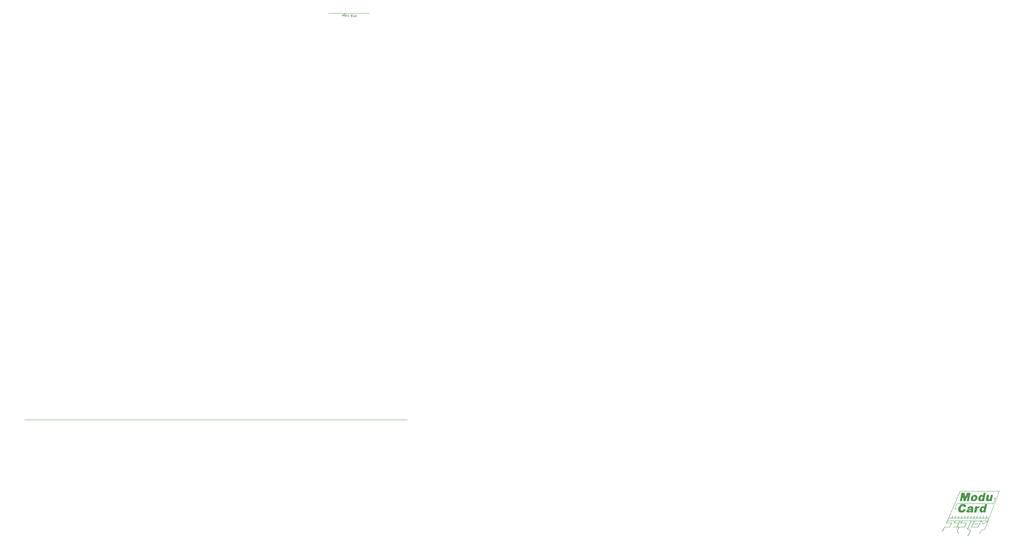
<source format=gbr>
%TF.GenerationSoftware,KiCad,Pcbnew,8.0.8-8.0.8-0~ubuntu24.04.1*%
%TF.CreationDate,2025-02-17T20:41:45+00:00*%
%TF.ProjectId,base-module,62617365-2d6d-46f6-9475-6c652e6b6963,1.0.0*%
%TF.SameCoordinates,Original*%
%TF.FileFunction,OtherDrawing,Comment*%
%FSLAX46Y46*%
G04 Gerber Fmt 4.6, Leading zero omitted, Abs format (unit mm)*
G04 Created by KiCad (PCBNEW 8.0.8-8.0.8-0~ubuntu24.04.1) date 2025-02-17 20:41:45*
%MOMM*%
%LPD*%
G01*
G04 APERTURE LIST*
%ADD10C,0.100000*%
%ADD11C,0.200000*%
%ADD12C,0.080000*%
G04 APERTURE END LIST*
D10*
X267909513Y-178468688D02*
G75*
G02*
X267722371Y-178468688I-93571J0D01*
G01*
X267722371Y-178468688D02*
G75*
G02*
X267909513Y-178468688I93571J0D01*
G01*
X270783881Y-173076050D02*
X271278972Y-173073851D01*
X274126750Y-175356000D02*
X272856750Y-175356000D01*
X276158750Y-175356000D02*
X276412750Y-174848000D01*
X275217833Y-176851758D02*
X276334120Y-176851758D01*
X281746750Y-168752000D02*
X279206750Y-175356000D01*
X270824750Y-175356000D02*
X271078750Y-174848000D01*
X271788833Y-177613758D02*
X271280833Y-177613758D01*
X273872750Y-175356000D02*
X274126750Y-174848000D01*
X270783881Y-173076050D02*
X271303468Y-171794463D01*
X274074833Y-177613758D02*
X273820833Y-178121758D01*
X273820833Y-178121758D02*
X274328833Y-178121758D01*
X273110750Y-175356000D02*
X273364750Y-174848000D01*
X267815942Y-178468688D02*
X268230371Y-177613117D01*
X270645833Y-176597758D02*
X271788833Y-176597758D01*
X275904750Y-175356000D02*
X277174750Y-175356000D01*
X270010833Y-176597758D02*
X269502165Y-177615167D01*
X274328833Y-178121758D02*
X274582833Y-178629758D01*
X274582833Y-178629758D02*
X274074833Y-179645758D01*
X271586750Y-175356000D02*
X271840750Y-174848000D01*
X270824750Y-175356000D02*
X269554750Y-175356000D01*
X278910122Y-176091281D02*
X268933223Y-176089882D01*
X272042833Y-176089758D02*
X271788833Y-176597758D01*
X276427691Y-176851758D02*
G75*
G02*
X276240549Y-176851758I-93571J0D01*
G01*
X276240549Y-176851758D02*
G75*
G02*
X276427691Y-176851758I93571J0D01*
G01*
X276920750Y-175356000D02*
X277174750Y-174848000D01*
X269502165Y-177615167D02*
X268230371Y-177613117D01*
X271726023Y-178990402D02*
G75*
G02*
X271538881Y-178990402I-93571J0D01*
G01*
X271538881Y-178990402D02*
G75*
G02*
X271726023Y-178990402I93571J0D01*
G01*
X272390404Y-176597758D02*
G75*
G02*
X272203262Y-176597758I-93571J0D01*
G01*
X272203262Y-176597758D02*
G75*
G02*
X272390404Y-176597758I93571J0D01*
G01*
X280742337Y-170518413D02*
X280247246Y-170520612D01*
X275396750Y-175356000D02*
X275650750Y-174848000D01*
X271788833Y-176597758D02*
X271282627Y-177615808D01*
X273566833Y-176597758D02*
X273060627Y-177615808D01*
X277630833Y-176851758D02*
X278900833Y-176109857D01*
X272348750Y-175356000D02*
X272602750Y-174848000D01*
X277249833Y-176089758D02*
X277630833Y-176851758D01*
X271378452Y-178482402D02*
X271632452Y-178990402D01*
X278140113Y-178099609D02*
X277378113Y-178353609D01*
X274380750Y-175356000D02*
X275904750Y-175356000D01*
X269300750Y-175356000D02*
X272094750Y-168752000D01*
X274168404Y-179645758D02*
G75*
G02*
X273981262Y-179645758I-93571J0D01*
G01*
X273981262Y-179645758D02*
G75*
G02*
X274168404Y-179645758I93571J0D01*
G01*
X271840750Y-171800000D02*
X271303468Y-171794463D01*
X274836833Y-176089758D02*
X274074833Y-177613758D01*
X271280833Y-177613758D02*
X270264833Y-177613758D01*
X272296833Y-176597758D02*
X273566833Y-176597758D01*
X270899833Y-176089758D02*
X270645833Y-176597758D01*
X270062750Y-175356000D02*
X270316750Y-174848000D01*
X275598833Y-176089758D02*
X274836833Y-177613758D01*
X279206750Y-175356000D02*
X269300750Y-175356000D01*
X277378113Y-178353609D02*
X276870113Y-179115609D01*
X280742337Y-170518413D02*
X280222750Y-171800000D01*
X268667967Y-176604868D02*
X270010833Y-176597758D01*
X277682750Y-175356000D02*
X277936750Y-174848000D01*
X271374404Y-178469329D02*
X271788833Y-177613758D01*
X273058833Y-177613758D02*
X271788833Y-177613758D01*
X278900833Y-176109857D02*
X278140113Y-178099609D01*
X269300750Y-175356000D02*
X268933223Y-176089882D01*
X270824750Y-175356000D02*
X271205750Y-175356000D01*
X272550833Y-176089758D02*
X272296833Y-176597758D01*
X278910122Y-176091281D02*
X279206750Y-175356000D01*
X274634750Y-175356000D02*
X274888750Y-174848000D01*
X268933223Y-176089882D02*
X268667967Y-176604868D01*
X276963684Y-179115609D02*
G75*
G02*
X276776542Y-179115609I-93571J0D01*
G01*
X276776542Y-179115609D02*
G75*
G02*
X276963684Y-179115609I93571J0D01*
G01*
X278444750Y-175356000D02*
X278698750Y-174848000D01*
X274836833Y-177613758D02*
X276487833Y-177613758D01*
X277249833Y-176089758D02*
X276487833Y-177613758D01*
X272094750Y-168752000D02*
X281746750Y-168752000D01*
X274126750Y-175356000D02*
X274380750Y-175356000D01*
X280159250Y-171800000D02*
X271840750Y-171800000D01*
D11*
G36*
X273015094Y-173187159D02*
G01*
X273515304Y-173344940D01*
X273469035Y-173440740D01*
X273418278Y-173529387D01*
X273363033Y-173610882D01*
X273294401Y-173695260D01*
X273267153Y-173724494D01*
X273191102Y-173795812D01*
X273109983Y-173857850D01*
X273023795Y-173910607D01*
X272932540Y-173954082D01*
X272834141Y-173987848D01*
X272726033Y-174011967D01*
X272623474Y-174025157D01*
X272513482Y-174030961D01*
X272480691Y-174031263D01*
X272365149Y-174027948D01*
X272259224Y-174018005D01*
X272162916Y-174001433D01*
X272062711Y-173973720D01*
X271975597Y-173936985D01*
X271888890Y-173880656D01*
X271812931Y-173806437D01*
X271755282Y-173726819D01*
X271705861Y-173633504D01*
X271693252Y-173604326D01*
X271662598Y-173510262D01*
X271644274Y-173406856D01*
X271638280Y-173294107D01*
X271642705Y-173193014D01*
X271655692Y-173085432D01*
X271672247Y-172994696D01*
X271701213Y-172874567D01*
X271736819Y-172761597D01*
X271779065Y-172655786D01*
X271827952Y-172557135D01*
X271883479Y-172465643D01*
X271945646Y-172381311D01*
X272014454Y-172304137D01*
X272089902Y-172234124D01*
X272171296Y-172171727D01*
X272257697Y-172117650D01*
X272349105Y-172071893D01*
X272445520Y-172034455D01*
X272546942Y-172005337D01*
X272653371Y-171984538D01*
X272764806Y-171972059D01*
X272881249Y-171967899D01*
X272992895Y-171971668D01*
X273095191Y-171982973D01*
X273205604Y-172006489D01*
X273302553Y-172040859D01*
X273398643Y-172094674D01*
X273434215Y-172122260D01*
X273506416Y-172197718D01*
X273564873Y-172289023D01*
X273604040Y-172379899D01*
X273633109Y-172482418D01*
X273652080Y-172596580D01*
X273089833Y-172718213D01*
X273071750Y-172619358D01*
X273058081Y-172584368D01*
X272997804Y-172505498D01*
X272955987Y-172475436D01*
X272863633Y-172442272D01*
X272798695Y-172436845D01*
X272699013Y-172447256D01*
X272596141Y-172483857D01*
X272512938Y-172538514D01*
X272446497Y-172603419D01*
X272389709Y-172684103D01*
X272346302Y-172774573D01*
X272313781Y-172868209D01*
X272286356Y-172975355D01*
X272282854Y-172991765D01*
X272265094Y-173089021D01*
X272252912Y-173192473D01*
X272251290Y-173294891D01*
X272269124Y-173397652D01*
X272288716Y-173440683D01*
X272359310Y-173514803D01*
X272450211Y-173552695D01*
X272543217Y-173562316D01*
X272646123Y-173552966D01*
X272744554Y-173521083D01*
X272827516Y-173466573D01*
X272899048Y-173390139D01*
X272957667Y-173302823D01*
X273005202Y-173209717D01*
X273015094Y-173187159D01*
G37*
G36*
X274803149Y-172500727D02*
G01*
X274908532Y-172505597D01*
X275011688Y-172515308D01*
X275089693Y-172527704D01*
X275188474Y-172557608D01*
X275275332Y-172609539D01*
X275313419Y-172645917D01*
X275364888Y-172732247D01*
X275387181Y-172822260D01*
X275394420Y-172919887D01*
X275385991Y-173020129D01*
X275382296Y-173039637D01*
X275247474Y-173687857D01*
X275230841Y-173785205D01*
X275226469Y-173850034D01*
X275239284Y-173951206D01*
X275250893Y-174000000D01*
X274737983Y-174000000D01*
X274715513Y-173913049D01*
X274716001Y-173818771D01*
X274636432Y-173879155D01*
X274551990Y-173932022D01*
X274470782Y-173970690D01*
X274369087Y-174002633D01*
X274271770Y-174021266D01*
X274168966Y-174030316D01*
X274121514Y-174031263D01*
X274016612Y-174025699D01*
X273914068Y-174005717D01*
X273820821Y-173965867D01*
X273757592Y-173915003D01*
X273700286Y-173828610D01*
X273676803Y-173729287D01*
X273684808Y-173627773D01*
X273698440Y-173583321D01*
X274242170Y-173583321D01*
X274264811Y-173678616D01*
X274267083Y-173681018D01*
X274360626Y-173717309D01*
X274391647Y-173718632D01*
X274493021Y-173705649D01*
X274569944Y-173677599D01*
X274654866Y-173625873D01*
X274702324Y-173577948D01*
X274748997Y-173490135D01*
X274767292Y-173424075D01*
X274783901Y-173343475D01*
X274684894Y-173372268D01*
X274583147Y-173398321D01*
X274535262Y-173409420D01*
X274437679Y-173434923D01*
X274341455Y-173470145D01*
X274307627Y-173490020D01*
X274246731Y-173567262D01*
X274242170Y-173583321D01*
X273698440Y-173583321D01*
X273713726Y-173533473D01*
X273764379Y-173442525D01*
X273834773Y-173364968D01*
X273922481Y-173305701D01*
X274013874Y-173265706D01*
X274109320Y-173236120D01*
X274219211Y-173211584D01*
X274331496Y-173189974D01*
X274428016Y-173170940D01*
X274532186Y-173149569D01*
X274629656Y-173127661D01*
X274635890Y-173126099D01*
X274735663Y-173097889D01*
X274828775Y-173066994D01*
X274842519Y-173062107D01*
X274848927Y-172960594D01*
X274831284Y-172916538D01*
X274741525Y-172877154D01*
X274693531Y-172874528D01*
X274593818Y-172882429D01*
X274496990Y-172913845D01*
X274482017Y-172922400D01*
X274409393Y-172994375D01*
X274368200Y-173062107D01*
X273858709Y-172999581D01*
X273898418Y-172908677D01*
X273949342Y-172816719D01*
X273994508Y-172754361D01*
X274067985Y-172680390D01*
X274151451Y-172620074D01*
X274187460Y-172599023D01*
X274278979Y-172558973D01*
X274376702Y-172532077D01*
X274410209Y-172525261D01*
X274515356Y-172509485D01*
X274615602Y-172501419D01*
X274700370Y-172499371D01*
X274803149Y-172500727D01*
G37*
G36*
X275851242Y-172530635D02*
G01*
X276363664Y-172530635D01*
X276313350Y-172772923D01*
X276371975Y-172692724D01*
X276440165Y-172615692D01*
X276510209Y-172557990D01*
X276600863Y-172515915D01*
X276702465Y-172499600D01*
X276716839Y-172499371D01*
X276816081Y-172511867D01*
X276909836Y-172545584D01*
X276965478Y-172575087D01*
X276712931Y-172978576D01*
X276619303Y-172943907D01*
X276568339Y-172937055D01*
X276467955Y-172959891D01*
X276387599Y-173022781D01*
X276382715Y-173028401D01*
X276323080Y-173118128D01*
X276280865Y-173212438D01*
X276247583Y-173310355D01*
X276216981Y-173424037D01*
X276198067Y-173508583D01*
X276095974Y-174000000D01*
X275545939Y-174000000D01*
X275851242Y-172530635D01*
G37*
G36*
X278354243Y-174000000D02*
G01*
X277842310Y-174000000D01*
X277883343Y-173803140D01*
X277803172Y-173873894D01*
X277723028Y-173933211D01*
X277651312Y-173973133D01*
X277551730Y-174008556D01*
X277447888Y-174027629D01*
X277376295Y-174031263D01*
X277273443Y-174023260D01*
X277169903Y-173993694D01*
X277084081Y-173942343D01*
X277015977Y-173869207D01*
X276978179Y-173803628D01*
X276939934Y-173699340D01*
X276920437Y-173602471D01*
X276913201Y-173498698D01*
X276914128Y-173478274D01*
X277464932Y-173478274D01*
X277487669Y-173563293D01*
X277556654Y-173638341D01*
X277632750Y-173656106D01*
X277733500Y-173632658D01*
X277815445Y-173573674D01*
X277826678Y-173562316D01*
X277887701Y-173475282D01*
X277928793Y-173377251D01*
X277955278Y-173282134D01*
X277961012Y-173256036D01*
X277976279Y-173155542D01*
X277975209Y-173053810D01*
X277949288Y-172969295D01*
X277878142Y-172895351D01*
X277788576Y-172874528D01*
X277690677Y-172900171D01*
X277609791Y-172965387D01*
X277552936Y-173050773D01*
X277513847Y-173148269D01*
X277488003Y-173243509D01*
X277482296Y-173269713D01*
X277465934Y-173373908D01*
X277464932Y-173478274D01*
X276914128Y-173478274D01*
X276918227Y-173388022D01*
X276931782Y-173290518D01*
X276939588Y-173250174D01*
X276966529Y-173140482D01*
X277000029Y-173039161D01*
X277040088Y-172946213D01*
X277096817Y-172845726D01*
X277162992Y-172757295D01*
X277225352Y-172692812D01*
X277305941Y-172627072D01*
X277390171Y-172574934D01*
X277493040Y-172531297D01*
X277600864Y-172506172D01*
X277697230Y-172499371D01*
X277795895Y-172505902D01*
X277896517Y-172529665D01*
X277920956Y-172538939D01*
X278008883Y-172588032D01*
X278081179Y-172657152D01*
X278217955Y-171999162D01*
X278770433Y-171999162D01*
X278354243Y-174000000D01*
G37*
G36*
X272451845Y-169205162D02*
G01*
X273252473Y-169205162D01*
X273309626Y-170417584D01*
X273869431Y-169205162D01*
X274668105Y-169205162D01*
X274251915Y-171206000D01*
X273754148Y-171206000D01*
X274073618Y-169670200D01*
X273368733Y-171206000D01*
X272918837Y-171206000D01*
X272853380Y-169670200D01*
X272533911Y-171206000D01*
X272035655Y-171206000D01*
X272451845Y-169205162D01*
G37*
G36*
X275811688Y-169709363D02*
G01*
X275929003Y-169725580D01*
X276033462Y-169754272D01*
X276125065Y-169795437D01*
X276218019Y-169861303D01*
X276292459Y-169945132D01*
X276303066Y-169960849D01*
X276351846Y-170055381D01*
X276381926Y-170159028D01*
X276393306Y-170271791D01*
X276388177Y-170375701D01*
X276373408Y-170467409D01*
X276346716Y-170570063D01*
X276310602Y-170666753D01*
X276265066Y-170757481D01*
X276210109Y-170842246D01*
X276145731Y-170921047D01*
X276071931Y-170993886D01*
X276039773Y-171021352D01*
X275954641Y-171083553D01*
X275863498Y-171135211D01*
X275766345Y-171176327D01*
X275663181Y-171206900D01*
X275554006Y-171226931D01*
X275438821Y-171236419D01*
X275391064Y-171237263D01*
X275287723Y-171232886D01*
X275174608Y-171216079D01*
X275073377Y-171186667D01*
X274984030Y-171144649D01*
X274894812Y-171079697D01*
X274872292Y-171057988D01*
X274802041Y-170969780D01*
X274752124Y-170871852D01*
X274722540Y-170764204D01*
X274713290Y-170646836D01*
X274718632Y-170574980D01*
X275266092Y-170574980D01*
X275268286Y-170679923D01*
X275297274Y-170766362D01*
X275369448Y-170838170D01*
X275464395Y-170862012D01*
X275471664Y-170862106D01*
X275570800Y-170844060D01*
X275661334Y-170789924D01*
X275685620Y-170767828D01*
X275745210Y-170689505D01*
X275788563Y-170594861D01*
X275818771Y-170490593D01*
X275824350Y-170464967D01*
X275839429Y-170363490D01*
X275836868Y-170260871D01*
X275807742Y-170175783D01*
X275737034Y-170104342D01*
X275638237Y-170080528D01*
X275537632Y-170099041D01*
X275451580Y-170149385D01*
X275420373Y-170177249D01*
X275359902Y-170255356D01*
X275316548Y-170347100D01*
X275286993Y-170446555D01*
X275281643Y-170470829D01*
X275266092Y-170574980D01*
X274718632Y-170574980D01*
X274721113Y-170541604D01*
X274732585Y-170475225D01*
X274759184Y-170373380D01*
X274795325Y-170277283D01*
X274841006Y-170186935D01*
X274896228Y-170102335D01*
X274960990Y-170023483D01*
X275035293Y-169950379D01*
X275067686Y-169922748D01*
X275153400Y-169860125D01*
X275244457Y-169808116D01*
X275340856Y-169766721D01*
X275442599Y-169735940D01*
X275549684Y-169715773D01*
X275662112Y-169706221D01*
X275708579Y-169705371D01*
X275811688Y-169709363D01*
G37*
G36*
X278016186Y-171206000D02*
G01*
X277504253Y-171206000D01*
X277545285Y-171009140D01*
X277465115Y-171079894D01*
X277384971Y-171139211D01*
X277313255Y-171179133D01*
X277213672Y-171214556D01*
X277109831Y-171233629D01*
X277038237Y-171237263D01*
X276935386Y-171229260D01*
X276831846Y-171199694D01*
X276746024Y-171148343D01*
X276677919Y-171075207D01*
X276640121Y-171009628D01*
X276601877Y-170905340D01*
X276582379Y-170808471D01*
X276575144Y-170704698D01*
X276576071Y-170684274D01*
X277126875Y-170684274D01*
X277149612Y-170769293D01*
X277218597Y-170844341D01*
X277294692Y-170862106D01*
X277395442Y-170838658D01*
X277477388Y-170779674D01*
X277488621Y-170768316D01*
X277549644Y-170681282D01*
X277590736Y-170583251D01*
X277617221Y-170488134D01*
X277622955Y-170462036D01*
X277638222Y-170361542D01*
X277637151Y-170259810D01*
X277611231Y-170175295D01*
X277540085Y-170101351D01*
X277450519Y-170080528D01*
X277352620Y-170106171D01*
X277271733Y-170171387D01*
X277214878Y-170256773D01*
X277175790Y-170354269D01*
X277149946Y-170449509D01*
X277144239Y-170475713D01*
X277127877Y-170579908D01*
X277126875Y-170684274D01*
X276576071Y-170684274D01*
X276580170Y-170594022D01*
X276593725Y-170496518D01*
X276601531Y-170456174D01*
X276628472Y-170346482D01*
X276661972Y-170245161D01*
X276702031Y-170152213D01*
X276758760Y-170051726D01*
X276824935Y-169963295D01*
X276887295Y-169898812D01*
X276967884Y-169833072D01*
X277052113Y-169780934D01*
X277154983Y-169737297D01*
X277262807Y-169712172D01*
X277359172Y-169705371D01*
X277457838Y-169711902D01*
X277558459Y-169735665D01*
X277582899Y-169744939D01*
X277670826Y-169794032D01*
X277743122Y-169863152D01*
X277879898Y-169205162D01*
X278432375Y-169205162D01*
X278016186Y-171206000D01*
G37*
G36*
X279883666Y-171206000D02*
G01*
X279372710Y-171206000D01*
X279422047Y-170968107D01*
X279350729Y-171035671D01*
X279272830Y-171099199D01*
X279189177Y-171154287D01*
X279148495Y-171175713D01*
X279055323Y-171210756D01*
X278952452Y-171231252D01*
X278850519Y-171237263D01*
X278745556Y-171228592D01*
X278646303Y-171198109D01*
X278559406Y-171138499D01*
X278525188Y-171098533D01*
X278482005Y-171008398D01*
X278464771Y-170908427D01*
X278466020Y-170805624D01*
X278479220Y-170706122D01*
X278486109Y-170670619D01*
X278680038Y-169736635D01*
X279229584Y-169736635D01*
X279061545Y-170545078D01*
X279049092Y-170644178D01*
X279070338Y-170741450D01*
X279156159Y-170795946D01*
X279197833Y-170799579D01*
X279296640Y-170777797D01*
X279374664Y-170722399D01*
X279432437Y-170638976D01*
X279468539Y-170547156D01*
X279494832Y-170443962D01*
X279641866Y-169736635D01*
X280188970Y-169736635D01*
X279883666Y-171206000D01*
G37*
D10*
X123764285Y-51708890D02*
X123764285Y-52208890D01*
X123764285Y-52208890D02*
X123573809Y-52208890D01*
X123573809Y-52208890D02*
X123526190Y-52185080D01*
X123526190Y-52185080D02*
X123502380Y-52161271D01*
X123502380Y-52161271D02*
X123478571Y-52113652D01*
X123478571Y-52113652D02*
X123478571Y-52042223D01*
X123478571Y-52042223D02*
X123502380Y-51994604D01*
X123502380Y-51994604D02*
X123526190Y-51970795D01*
X123526190Y-51970795D02*
X123573809Y-51946985D01*
X123573809Y-51946985D02*
X123764285Y-51946985D01*
X122978571Y-51756509D02*
X123002380Y-51732700D01*
X123002380Y-51732700D02*
X123073809Y-51708890D01*
X123073809Y-51708890D02*
X123121428Y-51708890D01*
X123121428Y-51708890D02*
X123192856Y-51732700D01*
X123192856Y-51732700D02*
X123240475Y-51780319D01*
X123240475Y-51780319D02*
X123264285Y-51827938D01*
X123264285Y-51827938D02*
X123288094Y-51923176D01*
X123288094Y-51923176D02*
X123288094Y-51994604D01*
X123288094Y-51994604D02*
X123264285Y-52089842D01*
X123264285Y-52089842D02*
X123240475Y-52137461D01*
X123240475Y-52137461D02*
X123192856Y-52185080D01*
X123192856Y-52185080D02*
X123121428Y-52208890D01*
X123121428Y-52208890D02*
X123073809Y-52208890D01*
X123073809Y-52208890D02*
X123002380Y-52185080D01*
X123002380Y-52185080D02*
X122978571Y-52161271D01*
X122597618Y-51970795D02*
X122526190Y-51946985D01*
X122526190Y-51946985D02*
X122502380Y-51923176D01*
X122502380Y-51923176D02*
X122478571Y-51875557D01*
X122478571Y-51875557D02*
X122478571Y-51804128D01*
X122478571Y-51804128D02*
X122502380Y-51756509D01*
X122502380Y-51756509D02*
X122526190Y-51732700D01*
X122526190Y-51732700D02*
X122573809Y-51708890D01*
X122573809Y-51708890D02*
X122764285Y-51708890D01*
X122764285Y-51708890D02*
X122764285Y-52208890D01*
X122764285Y-52208890D02*
X122597618Y-52208890D01*
X122597618Y-52208890D02*
X122549999Y-52185080D01*
X122549999Y-52185080D02*
X122526190Y-52161271D01*
X122526190Y-52161271D02*
X122502380Y-52113652D01*
X122502380Y-52113652D02*
X122502380Y-52066033D01*
X122502380Y-52066033D02*
X122526190Y-52018414D01*
X122526190Y-52018414D02*
X122549999Y-51994604D01*
X122549999Y-51994604D02*
X122597618Y-51970795D01*
X122597618Y-51970795D02*
X122764285Y-51970795D01*
X121883333Y-51970795D02*
X121716666Y-51970795D01*
X121645238Y-51708890D02*
X121883333Y-51708890D01*
X121883333Y-51708890D02*
X121883333Y-52208890D01*
X121883333Y-52208890D02*
X121645238Y-52208890D01*
X121216666Y-51708890D02*
X121216666Y-52208890D01*
X121216666Y-51732700D02*
X121264285Y-51708890D01*
X121264285Y-51708890D02*
X121359523Y-51708890D01*
X121359523Y-51708890D02*
X121407142Y-51732700D01*
X121407142Y-51732700D02*
X121430952Y-51756509D01*
X121430952Y-51756509D02*
X121454761Y-51804128D01*
X121454761Y-51804128D02*
X121454761Y-51946985D01*
X121454761Y-51946985D02*
X121430952Y-51994604D01*
X121430952Y-51994604D02*
X121407142Y-52018414D01*
X121407142Y-52018414D02*
X121359523Y-52042223D01*
X121359523Y-52042223D02*
X121264285Y-52042223D01*
X121264285Y-52042223D02*
X121216666Y-52018414D01*
X120764285Y-52042223D02*
X120764285Y-51637461D01*
X120764285Y-51637461D02*
X120788095Y-51589842D01*
X120788095Y-51589842D02*
X120811904Y-51566033D01*
X120811904Y-51566033D02*
X120859523Y-51542223D01*
X120859523Y-51542223D02*
X120930952Y-51542223D01*
X120930952Y-51542223D02*
X120978571Y-51566033D01*
X120764285Y-51732700D02*
X120811904Y-51708890D01*
X120811904Y-51708890D02*
X120907142Y-51708890D01*
X120907142Y-51708890D02*
X120954761Y-51732700D01*
X120954761Y-51732700D02*
X120978571Y-51756509D01*
X120978571Y-51756509D02*
X121002380Y-51804128D01*
X121002380Y-51804128D02*
X121002380Y-51946985D01*
X121002380Y-51946985D02*
X120978571Y-51994604D01*
X120978571Y-51994604D02*
X120954761Y-52018414D01*
X120954761Y-52018414D02*
X120907142Y-52042223D01*
X120907142Y-52042223D02*
X120811904Y-52042223D01*
X120811904Y-52042223D02*
X120764285Y-52018414D01*
X120335714Y-51732700D02*
X120383333Y-51708890D01*
X120383333Y-51708890D02*
X120478571Y-51708890D01*
X120478571Y-51708890D02*
X120526190Y-51732700D01*
X120526190Y-51732700D02*
X120549999Y-51780319D01*
X120549999Y-51780319D02*
X120549999Y-51970795D01*
X120549999Y-51970795D02*
X120526190Y-52018414D01*
X120526190Y-52018414D02*
X120478571Y-52042223D01*
X120478571Y-52042223D02*
X120383333Y-52042223D01*
X120383333Y-52042223D02*
X120335714Y-52018414D01*
X120335714Y-52018414D02*
X120311904Y-51970795D01*
X120311904Y-51970795D02*
X120311904Y-51923176D01*
X120311904Y-51923176D02*
X120549999Y-51875557D01*
%TO.C,J800*%
X117050000Y-51360000D02*
X127050000Y-51360000D01*
D12*
%TO.C,J200*%
X136370000Y-151275000D02*
X42370000Y-151275000D01*
%TD*%
M02*

</source>
